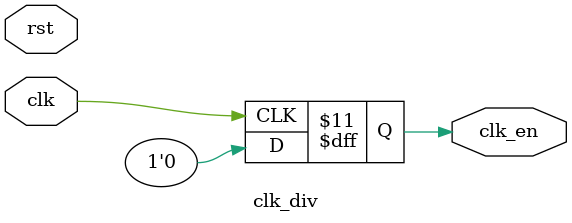
<source format=sv>
module clk_div (input logic clk, input logic rst, output logic clk_en);

   logic [27:0] clk_count;

   always_ff @(posedge clk) begin
      //clk_en <= clk_en;
      if (rst)begin
	      clk_count <= 28'h0;
         clk_en <= 1'b0;
      end
      else if (clk_count == 28'h3B9ACA0) begin
         clk_count <= 28'b0;
         clk_en <= ~clk_en;
      end
      else
	      clk_count <= clk_count + 1;
         clk_en <= 1'b0;
      end   
   

endmodule // clk_div

</source>
